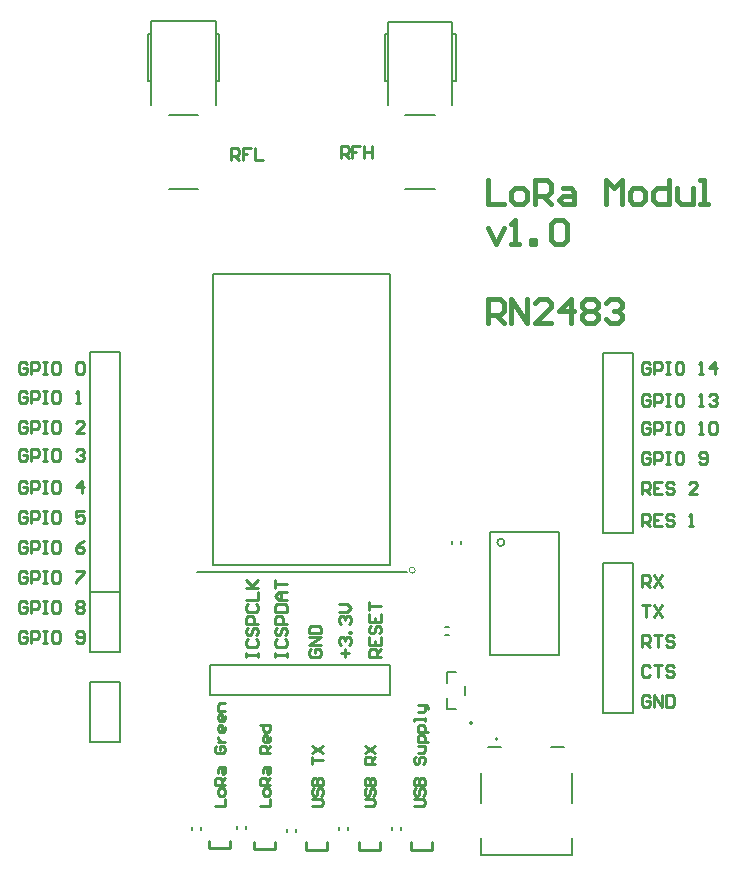
<source format=gbr>
%TF.GenerationSoftware,Altium Limited,Altium NEXUS,2.1.7 (73)*%
G04 Layer_Color=65535*
%FSLAX44Y44*%
%MOMM*%
%TF.FileFunction,Legend,Top*%
%TF.Part,Single*%
G01*
G75*
%TA.AperFunction,NonConductor*%
%ADD34C,0.1524*%
%ADD35C,0.1600*%
%ADD36C,0.0000*%
%ADD37C,0.2000*%
%ADD38C,0.2540*%
%ADD39C,0.1270*%
%ADD40C,0.4000*%
D34*
X651310Y388090D02*
G03*
X651310Y388090I-1270J0D01*
G01*
X678418Y540830D02*
G03*
X678418Y540830I-3048J0D01*
G01*
X629770Y399520D02*
X637211D01*
X629770Y421667D02*
Y431060D01*
X637211D01*
X645310Y411417D02*
Y419163D01*
X629770Y399520D02*
Y408913D01*
X666440Y549650D02*
X724940D01*
X666440Y445650D02*
Y549650D01*
Y445650D02*
X724940D01*
Y549650D01*
D35*
X672620Y374380D02*
G03*
X672620Y374380I-800J0D01*
G01*
D36*
X602870Y517320D02*
G03*
X602870Y517320I-2540J0D01*
G01*
D37*
X582930Y297180D02*
Y299720D01*
X590550Y297180D02*
Y299720D01*
X633730Y539750D02*
Y542290D01*
X641350Y539750D02*
Y542290D01*
X538480Y297180D02*
Y299720D01*
X546100Y297180D02*
Y299720D01*
X494030Y295910D02*
Y298450D01*
X501650Y295910D02*
Y298450D01*
X327660Y499110D02*
X353060D01*
Y448310D02*
Y499110D01*
X327660Y448310D02*
X353060D01*
X327660D02*
Y499110D01*
X761670Y701040D02*
X787070D01*
X761670Y548640D02*
X787070D01*
X761670D02*
Y701040D01*
X787070Y548640D02*
Y701040D01*
X327660Y372110D02*
X353060D01*
X327660D02*
Y422910D01*
X353060D01*
Y372110D02*
Y422910D01*
X327660Y499110D02*
Y702310D01*
Y499110D02*
X353060D01*
Y702310D01*
X327660D02*
X353060D01*
X459740Y298450D02*
Y300990D01*
X452120Y298450D02*
Y300990D01*
X761670Y523240D02*
X787070D01*
Y396240D02*
Y523240D01*
X761670Y396240D02*
Y523240D01*
Y396240D02*
X787070D01*
X429260Y411480D02*
Y436880D01*
X581660Y411480D02*
Y436880D01*
X429260Y411480D02*
X581660D01*
X429260Y436880D02*
X581660D01*
X627920Y469590D02*
X631920D01*
X627920Y462590D02*
X631920D01*
X421640Y297180D02*
Y299720D01*
X414020Y297180D02*
Y299720D01*
D38*
X599440Y280670D02*
Y287020D01*
Y280670D02*
X615950D01*
X617220D02*
Y287020D01*
X615950Y280670D02*
X617220D01*
X554990D02*
Y287020D01*
Y280670D02*
X571500D01*
X572770D02*
Y287020D01*
X571500Y280670D02*
X572770D01*
X510540D02*
Y287020D01*
Y280670D02*
X527050D01*
X528320D02*
Y287020D01*
X527050Y280670D02*
X528320D01*
X466090Y281060D02*
Y287410D01*
Y281060D02*
X482600D01*
X483870D02*
Y287410D01*
X482600Y281060D02*
X483870D01*
X427990Y281940D02*
Y288290D01*
Y281940D02*
X444500D01*
X445770D02*
Y288290D01*
X444500Y281940D02*
X445770D01*
X484033Y443730D02*
Y447062D01*
Y445396D01*
X494030D01*
Y443730D01*
Y447062D01*
X485699Y458725D02*
X484033Y457059D01*
Y453727D01*
X485699Y452061D01*
X492364D01*
X494030Y453727D01*
Y457059D01*
X492364Y458725D01*
X485699Y468722D02*
X484033Y467056D01*
Y463724D01*
X485699Y462057D01*
X487365D01*
X489032Y463724D01*
Y467056D01*
X490698Y468722D01*
X492364D01*
X494030Y467056D01*
Y463724D01*
X492364Y462057D01*
X494030Y472054D02*
X484033D01*
Y477053D01*
X485699Y478719D01*
X489032D01*
X490698Y477053D01*
Y472054D01*
X484033Y482051D02*
X494030D01*
Y487049D01*
X492364Y488716D01*
X485699D01*
X484033Y487049D01*
Y482051D01*
X494030Y492048D02*
X487365D01*
X484033Y495380D01*
X487365Y498712D01*
X494030D01*
X489032D01*
Y492048D01*
X484033Y502044D02*
Y508709D01*
Y505377D01*
X494030D01*
X459903Y443730D02*
Y447062D01*
Y445396D01*
X469900D01*
Y443730D01*
Y447062D01*
X461569Y458725D02*
X459903Y457059D01*
Y453727D01*
X461569Y452061D01*
X468234D01*
X469900Y453727D01*
Y457059D01*
X468234Y458725D01*
X461569Y468722D02*
X459903Y467056D01*
Y463724D01*
X461569Y462057D01*
X463236D01*
X464902Y463724D01*
Y467056D01*
X466568Y468722D01*
X468234D01*
X469900Y467056D01*
Y463724D01*
X468234Y462057D01*
X469900Y472054D02*
X459903D01*
Y477053D01*
X461569Y478719D01*
X464902D01*
X466568Y477053D01*
Y472054D01*
X461569Y488716D02*
X459903Y487049D01*
Y483717D01*
X461569Y482051D01*
X468234D01*
X469900Y483717D01*
Y487049D01*
X468234Y488716D01*
X459903Y492048D02*
X469900D01*
Y498712D01*
X459903Y502044D02*
X469900D01*
X466568D01*
X459903Y508709D01*
X464902Y503711D01*
X469900Y508709D01*
X514909Y450395D02*
X513243Y448728D01*
Y445396D01*
X514909Y443730D01*
X521574D01*
X523240Y445396D01*
Y448728D01*
X521574Y450395D01*
X518242D01*
Y447062D01*
X523240Y453727D02*
X513243D01*
X523240Y460391D01*
X513243D01*
Y463724D02*
X523240D01*
Y468722D01*
X521574Y470388D01*
X514909D01*
X513243Y468722D01*
Y463724D01*
X543642Y443730D02*
Y450395D01*
X540309Y447062D02*
X546974D01*
X540309Y453727D02*
X538643Y455393D01*
Y458725D01*
X540309Y460391D01*
X541976D01*
X543642Y458725D01*
Y457059D01*
Y458725D01*
X545308Y460391D01*
X546974D01*
X548640Y458725D01*
Y455393D01*
X546974Y453727D01*
X548640Y463724D02*
X546974D01*
Y465390D01*
X548640D01*
Y463724D01*
X540309Y472054D02*
X538643Y473720D01*
Y477053D01*
X540309Y478719D01*
X541976D01*
X543642Y477053D01*
Y475387D01*
Y477053D01*
X545308Y478719D01*
X546974D01*
X548640Y477053D01*
Y473720D01*
X546974Y472054D01*
X538643Y482051D02*
X545308D01*
X548640Y485383D01*
X545308Y488716D01*
X538643D01*
X574040Y443730D02*
X564043D01*
Y448728D01*
X565709Y450395D01*
X569042D01*
X570708Y448728D01*
Y443730D01*
Y447062D02*
X574040Y450395D01*
X564043Y460391D02*
Y453727D01*
X574040D01*
Y460391D01*
X569042Y453727D02*
Y457059D01*
X565709Y470388D02*
X564043Y468722D01*
Y465390D01*
X565709Y463724D01*
X567375D01*
X569042Y465390D01*
Y468722D01*
X570708Y470388D01*
X572374D01*
X574040Y468722D01*
Y465390D01*
X572374Y463724D01*
X564043Y480385D02*
Y473720D01*
X574040D01*
Y480385D01*
X569042Y473720D02*
Y477053D01*
X564043Y483717D02*
Y490382D01*
Y487049D01*
X574040D01*
X539750Y866140D02*
Y876137D01*
X544748D01*
X546414Y874471D01*
Y871138D01*
X544748Y869472D01*
X539750D01*
X543082D02*
X546414Y866140D01*
X556411Y876137D02*
X549747D01*
Y871138D01*
X553079D01*
X549747D01*
Y866140D01*
X559744Y876137D02*
Y866140D01*
Y871138D01*
X566408D01*
Y876137D01*
Y866140D01*
X447040Y864870D02*
Y874867D01*
X452038D01*
X453704Y873201D01*
Y869868D01*
X452038Y868202D01*
X447040D01*
X450372D02*
X453704Y864870D01*
X463701Y874867D02*
X457037D01*
Y869868D01*
X460369D01*
X457037D01*
Y864870D01*
X467034Y874867D02*
Y864870D01*
X473698D01*
X274125Y691591D02*
X272458Y693257D01*
X269126D01*
X267460Y691591D01*
Y684926D01*
X269126Y683260D01*
X272458D01*
X274125Y684926D01*
Y688258D01*
X270792D01*
X277457Y683260D02*
Y693257D01*
X282455D01*
X284121Y691591D01*
Y688258D01*
X282455Y686592D01*
X277457D01*
X287454Y693257D02*
X290786D01*
X289120D01*
Y683260D01*
X287454D01*
X290786D01*
X300783Y693257D02*
X297450D01*
X295784Y691591D01*
Y684926D01*
X297450Y683260D01*
X300783D01*
X302449Y684926D01*
Y691591D01*
X300783Y693257D01*
X315778Y691591D02*
X317444Y693257D01*
X320776D01*
X322442Y691591D01*
Y684926D01*
X320776Y683260D01*
X317444D01*
X315778Y684926D01*
Y691591D01*
X274125Y667461D02*
X272458Y669127D01*
X269126D01*
X267460Y667461D01*
Y660796D01*
X269126Y659130D01*
X272458D01*
X274125Y660796D01*
Y664128D01*
X270792D01*
X277457Y659130D02*
Y669127D01*
X282455D01*
X284121Y667461D01*
Y664128D01*
X282455Y662462D01*
X277457D01*
X287454Y669127D02*
X290786D01*
X289120D01*
Y659130D01*
X287454D01*
X290786D01*
X300783Y669127D02*
X297450D01*
X295784Y667461D01*
Y660796D01*
X297450Y659130D01*
X300783D01*
X302449Y660796D01*
Y667461D01*
X300783Y669127D01*
X315778Y659130D02*
X319110D01*
X317444D01*
Y669127D01*
X315778Y667461D01*
X274125Y642061D02*
X272458Y643727D01*
X269126D01*
X267460Y642061D01*
Y635396D01*
X269126Y633730D01*
X272458D01*
X274125Y635396D01*
Y638728D01*
X270792D01*
X277457Y633730D02*
Y643727D01*
X282455D01*
X284121Y642061D01*
Y638728D01*
X282455Y637062D01*
X277457D01*
X287454Y643727D02*
X290786D01*
X289120D01*
Y633730D01*
X287454D01*
X290786D01*
X300783Y643727D02*
X297450D01*
X295784Y642061D01*
Y635396D01*
X297450Y633730D01*
X300783D01*
X302449Y635396D01*
Y642061D01*
X300783Y643727D01*
X322442Y633730D02*
X315778D01*
X322442Y640395D01*
Y642061D01*
X320776Y643727D01*
X317444D01*
X315778Y642061D01*
X274125Y617931D02*
X272458Y619597D01*
X269126D01*
X267460Y617931D01*
Y611266D01*
X269126Y609600D01*
X272458D01*
X274125Y611266D01*
Y614598D01*
X270792D01*
X277457Y609600D02*
Y619597D01*
X282455D01*
X284121Y617931D01*
Y614598D01*
X282455Y612932D01*
X277457D01*
X287454Y619597D02*
X290786D01*
X289120D01*
Y609600D01*
X287454D01*
X290786D01*
X300783Y619597D02*
X297450D01*
X295784Y617931D01*
Y611266D01*
X297450Y609600D01*
X300783D01*
X302449Y611266D01*
Y617931D01*
X300783Y619597D01*
X315778Y617931D02*
X317444Y619597D01*
X320776D01*
X322442Y617931D01*
Y616264D01*
X320776Y614598D01*
X319110D01*
X320776D01*
X322442Y612932D01*
Y611266D01*
X320776Y609600D01*
X317444D01*
X315778Y611266D01*
X274125Y591261D02*
X272458Y592927D01*
X269126D01*
X267460Y591261D01*
Y584596D01*
X269126Y582930D01*
X272458D01*
X274125Y584596D01*
Y587928D01*
X270792D01*
X277457Y582930D02*
Y592927D01*
X282455D01*
X284121Y591261D01*
Y587928D01*
X282455Y586262D01*
X277457D01*
X287454Y592927D02*
X290786D01*
X289120D01*
Y582930D01*
X287454D01*
X290786D01*
X300783Y592927D02*
X297450D01*
X295784Y591261D01*
Y584596D01*
X297450Y582930D01*
X300783D01*
X302449Y584596D01*
Y591261D01*
X300783Y592927D01*
X320776Y582930D02*
Y592927D01*
X315778Y587928D01*
X322442D01*
X274125Y565861D02*
X272458Y567527D01*
X269126D01*
X267460Y565861D01*
Y559196D01*
X269126Y557530D01*
X272458D01*
X274125Y559196D01*
Y562528D01*
X270792D01*
X277457Y557530D02*
Y567527D01*
X282455D01*
X284121Y565861D01*
Y562528D01*
X282455Y560862D01*
X277457D01*
X287454Y567527D02*
X290786D01*
X289120D01*
Y557530D01*
X287454D01*
X290786D01*
X300783Y567527D02*
X297450D01*
X295784Y565861D01*
Y559196D01*
X297450Y557530D01*
X300783D01*
X302449Y559196D01*
Y565861D01*
X300783Y567527D01*
X322442D02*
X315778D01*
Y562528D01*
X319110Y564194D01*
X320776D01*
X322442Y562528D01*
Y559196D01*
X320776Y557530D01*
X317444D01*
X315778Y559196D01*
X274125Y540461D02*
X272458Y542127D01*
X269126D01*
X267460Y540461D01*
Y533796D01*
X269126Y532130D01*
X272458D01*
X274125Y533796D01*
Y537128D01*
X270792D01*
X277457Y532130D02*
Y542127D01*
X282455D01*
X284121Y540461D01*
Y537128D01*
X282455Y535462D01*
X277457D01*
X287454Y542127D02*
X290786D01*
X289120D01*
Y532130D01*
X287454D01*
X290786D01*
X300783Y542127D02*
X297450D01*
X295784Y540461D01*
Y533796D01*
X297450Y532130D01*
X300783D01*
X302449Y533796D01*
Y540461D01*
X300783Y542127D01*
X322442D02*
X319110Y540461D01*
X315778Y537128D01*
Y533796D01*
X317444Y532130D01*
X320776D01*
X322442Y533796D01*
Y535462D01*
X320776Y537128D01*
X315778D01*
X274125Y515061D02*
X272458Y516727D01*
X269126D01*
X267460Y515061D01*
Y508396D01*
X269126Y506730D01*
X272458D01*
X274125Y508396D01*
Y511728D01*
X270792D01*
X277457Y506730D02*
Y516727D01*
X282455D01*
X284121Y515061D01*
Y511728D01*
X282455Y510062D01*
X277457D01*
X287454Y516727D02*
X290786D01*
X289120D01*
Y506730D01*
X287454D01*
X290786D01*
X300783Y516727D02*
X297450D01*
X295784Y515061D01*
Y508396D01*
X297450Y506730D01*
X300783D01*
X302449Y508396D01*
Y515061D01*
X300783Y516727D01*
X315778D02*
X322442D01*
Y515061D01*
X315778Y508396D01*
Y506730D01*
X274125Y489661D02*
X272458Y491327D01*
X269126D01*
X267460Y489661D01*
Y482996D01*
X269126Y481330D01*
X272458D01*
X274125Y482996D01*
Y486328D01*
X270792D01*
X277457Y481330D02*
Y491327D01*
X282455D01*
X284121Y489661D01*
Y486328D01*
X282455Y484662D01*
X277457D01*
X287454Y491327D02*
X290786D01*
X289120D01*
Y481330D01*
X287454D01*
X290786D01*
X300783Y491327D02*
X297450D01*
X295784Y489661D01*
Y482996D01*
X297450Y481330D01*
X300783D01*
X302449Y482996D01*
Y489661D01*
X300783Y491327D01*
X315778Y489661D02*
X317444Y491327D01*
X320776D01*
X322442Y489661D01*
Y487994D01*
X320776Y486328D01*
X322442Y484662D01*
Y482996D01*
X320776Y481330D01*
X317444D01*
X315778Y482996D01*
Y484662D01*
X317444Y486328D01*
X315778Y487994D01*
Y489661D01*
X317444Y486328D02*
X320776D01*
X274125Y464261D02*
X272458Y465927D01*
X269126D01*
X267460Y464261D01*
Y457596D01*
X269126Y455930D01*
X272458D01*
X274125Y457596D01*
Y460928D01*
X270792D01*
X277457Y455930D02*
Y465927D01*
X282455D01*
X284121Y464261D01*
Y460928D01*
X282455Y459262D01*
X277457D01*
X287454Y465927D02*
X290786D01*
X289120D01*
Y455930D01*
X287454D01*
X290786D01*
X300783Y465927D02*
X297450D01*
X295784Y464261D01*
Y457596D01*
X297450Y455930D01*
X300783D01*
X302449Y457596D01*
Y464261D01*
X300783Y465927D01*
X315778Y457596D02*
X317444Y455930D01*
X320776D01*
X322442Y457596D01*
Y464261D01*
X320776Y465927D01*
X317444D01*
X315778Y464261D01*
Y462594D01*
X317444Y460928D01*
X322442D01*
X801665Y409651D02*
X799998Y411317D01*
X796666D01*
X795000Y409651D01*
Y402986D01*
X796666Y401320D01*
X799998D01*
X801665Y402986D01*
Y406318D01*
X798332D01*
X804997Y401320D02*
Y411317D01*
X811661Y401320D01*
Y411317D01*
X814994D02*
Y401320D01*
X819992D01*
X821658Y402986D01*
Y409651D01*
X819992Y411317D01*
X814994D01*
X801665Y435051D02*
X799998Y436717D01*
X796666D01*
X795000Y435051D01*
Y428386D01*
X796666Y426720D01*
X799998D01*
X801665Y428386D01*
X804997Y436717D02*
X811661D01*
X808329D01*
Y426720D01*
X821658Y435051D02*
X819992Y436717D01*
X816660D01*
X814994Y435051D01*
Y433385D01*
X816660Y431718D01*
X819992D01*
X821658Y430052D01*
Y428386D01*
X819992Y426720D01*
X816660D01*
X814994Y428386D01*
X795000Y452120D02*
Y462117D01*
X799998D01*
X801665Y460451D01*
Y457118D01*
X799998Y455452D01*
X795000D01*
X798332D02*
X801665Y452120D01*
X804997Y462117D02*
X811661D01*
X808329D01*
Y452120D01*
X821658Y460451D02*
X819992Y462117D01*
X816660D01*
X814994Y460451D01*
Y458784D01*
X816660Y457118D01*
X819992D01*
X821658Y455452D01*
Y453786D01*
X819992Y452120D01*
X816660D01*
X814994Y453786D01*
X795000Y487517D02*
X801665D01*
X798332D01*
Y477520D01*
X804997Y487517D02*
X811661Y477520D01*
Y487517D02*
X804997Y477520D01*
X795000Y502920D02*
Y512917D01*
X799998D01*
X801665Y511251D01*
Y507918D01*
X799998Y506252D01*
X795000D01*
X798332D02*
X801665Y502920D01*
X804997Y512917D02*
X811661Y502920D01*
Y512917D02*
X804997Y502920D01*
X795000Y554990D02*
Y564987D01*
X799998D01*
X801665Y563321D01*
Y559988D01*
X799998Y558322D01*
X795000D01*
X798332D02*
X801665Y554990D01*
X811661Y564987D02*
X804997D01*
Y554990D01*
X811661D01*
X804997Y559988D02*
X808329D01*
X821658Y563321D02*
X819992Y564987D01*
X816660D01*
X814994Y563321D01*
Y561655D01*
X816660Y559988D01*
X819992D01*
X821658Y558322D01*
Y556656D01*
X819992Y554990D01*
X816660D01*
X814994Y556656D01*
X834987Y554990D02*
X838319D01*
X836653D01*
Y564987D01*
X834987Y563321D01*
X795000Y581660D02*
Y591657D01*
X799998D01*
X801665Y589991D01*
Y586658D01*
X799998Y584992D01*
X795000D01*
X798332D02*
X801665Y581660D01*
X811661Y591657D02*
X804997D01*
Y581660D01*
X811661D01*
X804997Y586658D02*
X808329D01*
X821658Y589991D02*
X819992Y591657D01*
X816660D01*
X814994Y589991D01*
Y588325D01*
X816660Y586658D01*
X819992D01*
X821658Y584992D01*
Y583326D01*
X819992Y581660D01*
X816660D01*
X814994Y583326D01*
X841652Y581660D02*
X834987D01*
X841652Y588325D01*
Y589991D01*
X839986Y591657D01*
X836653D01*
X834987Y589991D01*
X801665Y615391D02*
X799998Y617057D01*
X796666D01*
X795000Y615391D01*
Y608726D01*
X796666Y607060D01*
X799998D01*
X801665Y608726D01*
Y612058D01*
X798332D01*
X804997Y607060D02*
Y617057D01*
X809995D01*
X811661Y615391D01*
Y612058D01*
X809995Y610392D01*
X804997D01*
X814994Y617057D02*
X818326D01*
X816660D01*
Y607060D01*
X814994D01*
X818326D01*
X828323Y617057D02*
X824990D01*
X823324Y615391D01*
Y608726D01*
X824990Y607060D01*
X828323D01*
X829989Y608726D01*
Y615391D01*
X828323Y617057D01*
X843318Y608726D02*
X844984Y607060D01*
X848316D01*
X849982Y608726D01*
Y615391D01*
X848316Y617057D01*
X844984D01*
X843318Y615391D01*
Y613725D01*
X844984Y612058D01*
X849982D01*
X801665Y640791D02*
X799998Y642457D01*
X796666D01*
X795000Y640791D01*
Y634126D01*
X796666Y632460D01*
X799998D01*
X801665Y634126D01*
Y637458D01*
X798332D01*
X804997Y632460D02*
Y642457D01*
X809995D01*
X811661Y640791D01*
Y637458D01*
X809995Y635792D01*
X804997D01*
X814994Y642457D02*
X818326D01*
X816660D01*
Y632460D01*
X814994D01*
X818326D01*
X828323Y642457D02*
X824990D01*
X823324Y640791D01*
Y634126D01*
X824990Y632460D01*
X828323D01*
X829989Y634126D01*
Y640791D01*
X828323Y642457D01*
X843318Y632460D02*
X846650D01*
X844984D01*
Y642457D01*
X843318Y640791D01*
X851648D02*
X853315Y642457D01*
X856647D01*
X858313Y640791D01*
Y634126D01*
X856647Y632460D01*
X853315D01*
X851648Y634126D01*
Y640791D01*
X801665Y664921D02*
X799998Y666587D01*
X796666D01*
X795000Y664921D01*
Y658256D01*
X796666Y656590D01*
X799998D01*
X801665Y658256D01*
Y661588D01*
X798332D01*
X804997Y656590D02*
Y666587D01*
X809995D01*
X811661Y664921D01*
Y661588D01*
X809995Y659922D01*
X804997D01*
X814994Y666587D02*
X818326D01*
X816660D01*
Y656590D01*
X814994D01*
X818326D01*
X828323Y666587D02*
X824990D01*
X823324Y664921D01*
Y658256D01*
X824990Y656590D01*
X828323D01*
X829989Y658256D01*
Y664921D01*
X828323Y666587D01*
X843318Y656590D02*
X846650D01*
X844984D01*
Y666587D01*
X843318Y664921D01*
X851648D02*
X853315Y666587D01*
X856647D01*
X858313Y664921D01*
Y663254D01*
X856647Y661588D01*
X854981D01*
X856647D01*
X858313Y659922D01*
Y658256D01*
X856647Y656590D01*
X853315D01*
X851648Y658256D01*
X801665Y691591D02*
X799998Y693257D01*
X796666D01*
X795000Y691591D01*
Y684926D01*
X796666Y683260D01*
X799998D01*
X801665Y684926D01*
Y688258D01*
X798332D01*
X804997Y683260D02*
Y693257D01*
X809995D01*
X811661Y691591D01*
Y688258D01*
X809995Y686592D01*
X804997D01*
X814994Y693257D02*
X818326D01*
X816660D01*
Y683260D01*
X814994D01*
X818326D01*
X828323Y693257D02*
X824990D01*
X823324Y691591D01*
Y684926D01*
X824990Y683260D01*
X828323D01*
X829989Y684926D01*
Y691591D01*
X828323Y693257D01*
X843318Y683260D02*
X846650D01*
X844984D01*
Y693257D01*
X843318Y691591D01*
X856647Y683260D02*
Y693257D01*
X851648Y688258D01*
X858313D01*
X432963Y317500D02*
X441960D01*
Y323498D01*
Y327997D02*
Y330996D01*
X440461Y332495D01*
X437462D01*
X435962Y330996D01*
Y327997D01*
X437462Y326497D01*
X440461D01*
X441960Y327997D01*
Y335494D02*
X432963D01*
Y339993D01*
X434462Y341492D01*
X437462D01*
X438961Y339993D01*
Y335494D01*
Y338493D02*
X441960Y341492D01*
X435962Y345991D02*
Y348990D01*
X437462Y350489D01*
X441960D01*
Y345991D01*
X440461Y344491D01*
X438961Y345991D01*
Y350489D01*
X434462Y368484D02*
X432963Y366984D01*
Y363985D01*
X434462Y362485D01*
X440461D01*
X441960Y363985D01*
Y366984D01*
X440461Y368484D01*
X437462D01*
Y365485D01*
X435962Y371483D02*
X441960D01*
X438961D01*
X437462Y372982D01*
X435962Y374482D01*
Y375981D01*
X441960Y384978D02*
Y381979D01*
X440461Y380480D01*
X437462D01*
X435962Y381979D01*
Y384978D01*
X437462Y386478D01*
X438961D01*
Y380480D01*
X441960Y393975D02*
Y390976D01*
X440461Y389477D01*
X437462D01*
X435962Y390976D01*
Y393975D01*
X437462Y395475D01*
X438961D01*
Y389477D01*
X441960Y398474D02*
X435962D01*
Y402972D01*
X437462Y404472D01*
X441960D01*
X471063Y317500D02*
X480060D01*
Y323498D01*
Y327997D02*
Y330996D01*
X478560Y332495D01*
X475561D01*
X474062Y330996D01*
Y327997D01*
X475561Y326497D01*
X478560D01*
X480060Y327997D01*
Y335494D02*
X471063D01*
Y339993D01*
X472562Y341492D01*
X475561D01*
X477061Y339993D01*
Y335494D01*
Y338493D02*
X480060Y341492D01*
X474062Y345991D02*
Y348990D01*
X475561Y350489D01*
X480060D01*
Y345991D01*
X478560Y344491D01*
X477061Y345991D01*
Y350489D01*
X480060Y362485D02*
X471063D01*
Y366984D01*
X472562Y368484D01*
X475561D01*
X477061Y366984D01*
Y362485D01*
Y365485D02*
X480060Y368484D01*
Y375981D02*
Y372982D01*
X478560Y371483D01*
X475561D01*
X474062Y372982D01*
Y375981D01*
X475561Y377481D01*
X477061D01*
Y371483D01*
X471063Y386478D02*
X480060D01*
Y381979D01*
X478560Y380480D01*
X475561D01*
X474062Y381979D01*
Y386478D01*
X515513Y317500D02*
X523010D01*
X524510Y319000D01*
Y321998D01*
X523010Y323498D01*
X515513D01*
X517012Y332495D02*
X515513Y330996D01*
Y327997D01*
X517012Y326497D01*
X518512D01*
X520011Y327997D01*
Y330996D01*
X521511Y332495D01*
X523010D01*
X524510Y330996D01*
Y327997D01*
X523010Y326497D01*
X515513Y335494D02*
X524510D01*
Y339993D01*
X523010Y341492D01*
X521511D01*
X520011Y339993D01*
Y335494D01*
Y339993D01*
X518512Y341492D01*
X517012D01*
X515513Y339993D01*
Y335494D01*
Y353488D02*
Y359486D01*
Y356487D01*
X524510D01*
X515513Y362485D02*
X524510Y368484D01*
X515513D02*
X524510Y362485D01*
X559963Y317500D02*
X567461D01*
X568960Y319000D01*
Y321998D01*
X567461Y323498D01*
X559963D01*
X561462Y332495D02*
X559963Y330996D01*
Y327997D01*
X561462Y326497D01*
X562962D01*
X564462Y327997D01*
Y330996D01*
X565961Y332495D01*
X567461D01*
X568960Y330996D01*
Y327997D01*
X567461Y326497D01*
X559963Y335494D02*
X568960D01*
Y339993D01*
X567461Y341492D01*
X565961D01*
X564462Y339993D01*
Y335494D01*
Y339993D01*
X562962Y341492D01*
X561462D01*
X559963Y339993D01*
Y335494D01*
X568960Y353488D02*
X559963D01*
Y357987D01*
X561462Y359486D01*
X564462D01*
X565961Y357987D01*
Y353488D01*
Y356487D02*
X568960Y359486D01*
X559963Y362485D02*
X568960Y368484D01*
X559963D02*
X568960Y362485D01*
X601873Y317500D02*
X609370D01*
X610870Y319000D01*
Y321998D01*
X609370Y323498D01*
X601873D01*
X603372Y332495D02*
X601873Y330996D01*
Y327997D01*
X603372Y326497D01*
X604872D01*
X606371Y327997D01*
Y330996D01*
X607871Y332495D01*
X609370D01*
X610870Y330996D01*
Y327997D01*
X609370Y326497D01*
X601873Y335494D02*
X610870D01*
Y339993D01*
X609370Y341492D01*
X607871D01*
X606371Y339993D01*
Y335494D01*
Y339993D01*
X604872Y341492D01*
X603372D01*
X601873Y339993D01*
Y335494D01*
X603372Y359486D02*
X601873Y357987D01*
Y354988D01*
X603372Y353488D01*
X604872D01*
X606371Y354988D01*
Y357987D01*
X607871Y359486D01*
X609370D01*
X610870Y357987D01*
Y354988D01*
X609370Y353488D01*
X604872Y362485D02*
X609370D01*
X610870Y363985D01*
Y368484D01*
X604872D01*
X613869Y371483D02*
X604872D01*
Y375981D01*
X606371Y377481D01*
X609370D01*
X610870Y375981D01*
Y371483D01*
X613869Y380480D02*
X604872D01*
Y384978D01*
X606371Y386478D01*
X609370D01*
X610870Y384978D01*
Y380480D01*
Y389477D02*
Y392476D01*
Y390976D01*
X601873D01*
Y389477D01*
X604872Y396974D02*
X609370D01*
X610870Y398474D01*
Y402972D01*
X612369D01*
X613869Y401473D01*
Y399973D01*
X610870Y402972D02*
X604872D01*
D39*
X735420Y275880D02*
Y290580D01*
X658220Y275880D02*
X735420D01*
X658220D02*
Y290580D01*
X717820Y367880D02*
X728920D01*
X664720D02*
X675820D01*
X735420Y320580D02*
Y345380D01*
X658220Y320580D02*
Y345380D01*
X634550Y971370D02*
X637050D01*
X634550Y931370D02*
X637050D01*
Y971370D01*
X577050Y931370D02*
X579550D01*
X577050Y971370D02*
X579550D01*
X594550Y902870D02*
X619550D01*
X594550Y839870D02*
X619550D01*
X577050Y931370D02*
Y971370D01*
X579800Y911370D02*
Y981870D01*
X634300Y911370D02*
Y981870D01*
X579800D02*
X634300D01*
X434230Y971420D02*
X436730D01*
X434230Y931420D02*
X436730D01*
Y971420D01*
X376730Y931420D02*
X379230D01*
X376730Y971420D02*
X379230D01*
X394230Y902920D02*
X419230D01*
X394230Y839920D02*
X419230D01*
X376730Y931420D02*
Y971420D01*
X379480Y911420D02*
Y981920D01*
X433980Y911420D02*
Y981920D01*
X379480D02*
X433980D01*
X417730Y515470D02*
X595730D01*
X431930Y522070D02*
X581530D01*
Y768270D01*
X431930D02*
X581530D01*
X431930Y522070D02*
Y768270D01*
D40*
X664400Y847400D02*
Y827407D01*
X677729D01*
X687726D02*
X694390D01*
X697723Y830739D01*
Y837404D01*
X694390Y840736D01*
X687726D01*
X684394Y837404D01*
Y830739D01*
X687726Y827407D01*
X704387D02*
Y847400D01*
X714384D01*
X717716Y844068D01*
Y837404D01*
X714384Y834071D01*
X704387D01*
X711052D02*
X717716Y827407D01*
X727713Y840736D02*
X734377D01*
X737710Y837404D01*
Y827407D01*
X727713D01*
X724381Y830739D01*
X727713Y834071D01*
X737710D01*
X764368Y827407D02*
Y847400D01*
X771032Y840736D01*
X777697Y847400D01*
Y827407D01*
X787694D02*
X794358D01*
X797690Y830739D01*
Y837404D01*
X794358Y840736D01*
X787694D01*
X784361Y837404D01*
Y830739D01*
X787694Y827407D01*
X817684Y847400D02*
Y827407D01*
X807687D01*
X804355Y830739D01*
Y837404D01*
X807687Y840736D01*
X817684D01*
X824349D02*
Y830739D01*
X827681Y827407D01*
X837678D01*
Y840736D01*
X844342Y827407D02*
X851006D01*
X847674D01*
Y847400D01*
X844342D01*
X664400Y807143D02*
X671065Y793814D01*
X677729Y807143D01*
X684394Y793814D02*
X691058D01*
X687726D01*
Y813808D01*
X684394Y810476D01*
X701055Y793814D02*
Y797147D01*
X704387D01*
Y793814D01*
X701055D01*
X717716Y810476D02*
X721048Y813808D01*
X727713D01*
X731045Y810476D01*
Y797147D01*
X727713Y793814D01*
X721048D01*
X717716Y797147D01*
Y810476D01*
X664400Y726630D02*
Y746624D01*
X674397D01*
X677729Y743291D01*
Y736627D01*
X674397Y733295D01*
X664400D01*
X671065D02*
X677729Y726630D01*
X684394D02*
Y746624D01*
X697723Y726630D01*
Y746624D01*
X717716Y726630D02*
X704387D01*
X717716Y739959D01*
Y743291D01*
X714384Y746624D01*
X707719D01*
X704387Y743291D01*
X734377Y726630D02*
Y746624D01*
X724381Y736627D01*
X737710D01*
X744374Y743291D02*
X747707Y746624D01*
X754371D01*
X757703Y743291D01*
Y739959D01*
X754371Y736627D01*
X757703Y733295D01*
Y729962D01*
X754371Y726630D01*
X747707D01*
X744374Y729962D01*
Y733295D01*
X747707Y736627D01*
X744374Y739959D01*
Y743291D01*
X747707Y736627D02*
X754371D01*
X764368Y743291D02*
X767700Y746624D01*
X774365D01*
X777697Y743291D01*
Y739959D01*
X774365Y736627D01*
X771032D01*
X774365D01*
X777697Y733295D01*
Y729962D01*
X774365Y726630D01*
X767700D01*
X764368Y729962D01*
%TF.MD5,3b5d4b144d6165261ce28ad4f52ebddf*%
M02*

</source>
